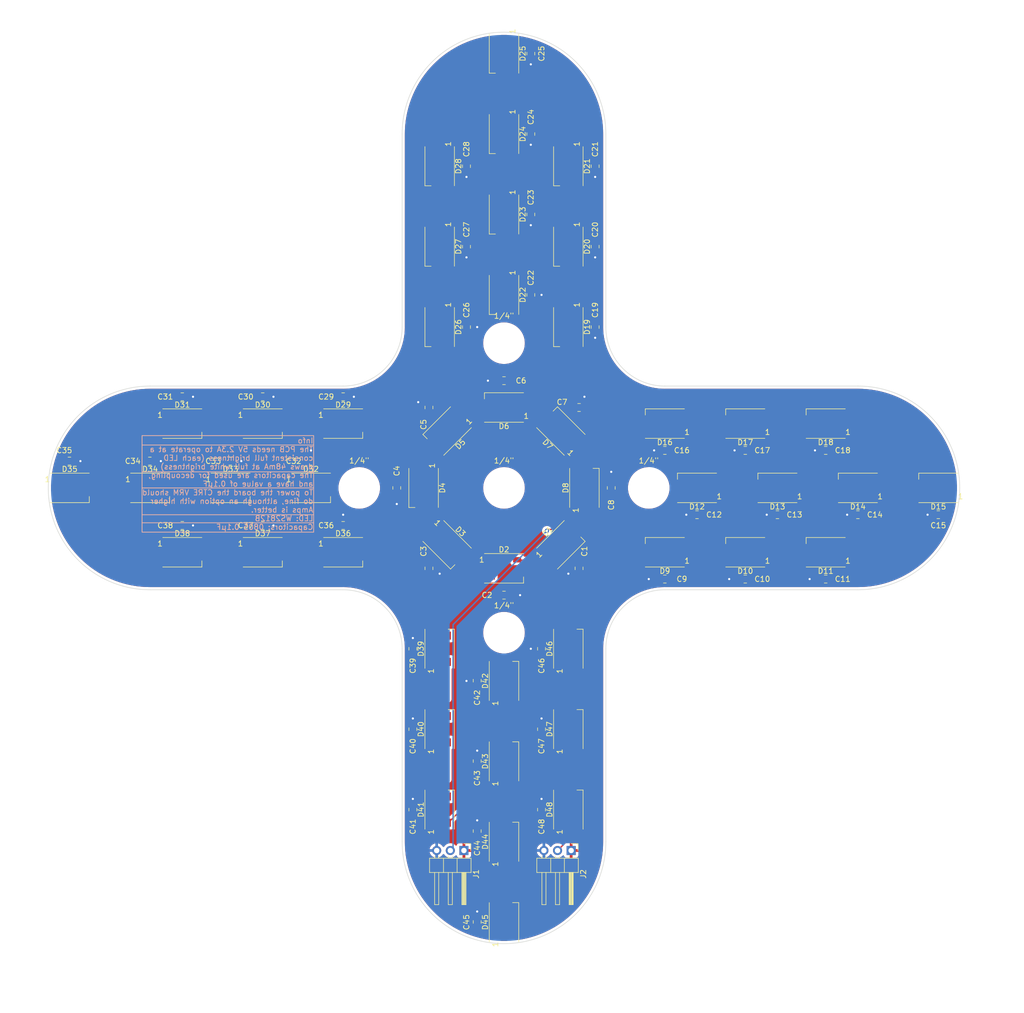
<source format=kicad_pcb>
(kicad_pcb (version 20211014) (generator pcbnew)
  (layers (0 "F.Cu" signal) (31 "B.Cu" signal) (34 "B.Paste" user) (35 "F.Paste" user) (36 "B.SilkS" user "B.Silkscreen") (37 "F.SilkS" user "F.Silkscreen") (38 "B.Mask" user) (39 "F.Mask" user) (44 "Edge.Cuts" user))
  (net 0 "")
  (net 1 "+5V")
  (net 2 "Net-(D1-Pad2)")
  (net 3 "GND")
  (net 4 "/25 LEDs/DIN")
  (net 5 "Net-(D2-Pad2)")
  (net 6 "Net-(D3-Pad2)")
  (net 7 "Net-(D4-Pad2)")
  (net 8 "Net-(D5-Pad2)")
  (net 9 "Net-(D6-Pad2)")
  (net 10 "Net-(D7-Pad2)")
  (net 11 "Net-(D8-Pad2)")
  (net 12 "Net-(D10-Pad4)")
  (net 13 "Net-(D10-Pad2)")
  (net 14 "Net-(D11-Pad2)")
  (net 15 "Net-(D12-Pad2)")
  (net 16 "Net-(D13-Pad2)")
  (net 17 "Net-(D14-Pad2)")
  (net 18 "Net-(D15-Pad2)")
  (net 19 "Net-(D16-Pad2)")
  (net 20 "Net-(D17-Pad2)")
  (net 21 "Net-(D18-Pad2)")
  (net 22 "Net-(D19-Pad2)")
  (net 23 "Net-(D20-Pad2)")
  (net 24 "Net-(D21-Pad2)")
  (net 25 "Net-(D22-Pad2)")
  (net 26 "Net-(D23-Pad2)")
  (net 27 "Net-(D24-Pad2)")
  (net 28 "/23 LEDs1/DIN")
  (net 29 "Net-(D26-Pad2)")
  (net 30 "Net-(D27-Pad2)")
  (net 31 "Net-(D28-Pad2)")
  (net 32 "Net-(D29-Pad2)")
  (net 33 "Net-(D30-Pad2)")
  (net 34 "Net-(D31-Pad2)")
  (net 35 "Net-(D32-Pad2)")
  (net 36 "Net-(D33-Pad2)")
  (net 37 "Net-(D34-Pad2)")
  (net 38 "Net-(D35-Pad2)")
  (net 39 "Net-(D36-Pad2)")
  (net 40 "Net-(D37-Pad2)")
  (net 41 "Net-(D38-Pad2)")
  (net 42 "Net-(D39-Pad2)")
  (net 43 "Net-(D40-Pad2)")
  (net 44 "Net-(D41-Pad2)")
  (net 45 "Net-(D42-Pad2)")
  (net 46 "Net-(D43-Pad2)")
  (net 47 "Net-(D44-Pad2)")
  (net 48 "Net-(D45-Pad2)")
  (net 49 "Net-(D46-Pad2)")
  (net 50 "Net-(D47-Pad2)")
  (net 51 "/23 LEDs1/DOUT")
  (footprint "LED_SMD:LED_WS2812B_PLCC4_5.0x5.0mm_P3.2mm" (layer "F.Cu") (at 114.999999 132 90)
    (fp_text reference "D46")
    (fp_text value "WS2812B")
  )
  (footprint "LED_SMD:LED_WS2812B_PLCC4_5.0x5.0mm_P3.2mm" (layer "F.Cu") (at 162.999999 114 180)
    (fp_text reference "D11")
    (fp_text value "WS2812B")
  )
  (footprint "Library:C_0805_2012Metric silk moved" (layer "F.Cu") (at 58 85 180)
    (fp_text reference "C30")
    (fp_text value "0.1 uF")
  )
  (footprint "LED_SMD:LED_WS2812B_PLCC4_5.0x5.0mm_P3.2mm" (layer "F.Cu") (at 51.999999 102)
    (fp_text reference "D33")
    (fp_text value "WS2812B")
  )
  (footprint "Library:C_0805_2012Metric silk moved" (layer "F.Cu") (at 133 95)
    (fp_text reference "C16")
    (fp_text value "0.1 uF")
  )
  (footprint "LED_SMD:LED_WS2812B_PLCC4_5.0x5.0mm_P3.2mm" (layer "F.Cu") (at 36.999999 102)
    (fp_text reference "D34")
    (fp_text value "WS2812B")
  )
  (footprint "LED_SMD:LED_WS2812B_PLCC4_5.0x5.0mm_P3.2mm" (layer "F.Cu") (at 102.999999 183 90)
    (fp_text reference "D45")
    (fp_text value "WS2812B")
  )
  (footprint "Library:C_0805_2012Metric silk moved" (layer "F.Cu") (at 163 95)
    (fp_text reference "C18")
    (fp_text value "0.1 uF")
  )
  (footprint "Connector_PinHeader_2.54mm:PinHeader_1x03_P2.54mm_Horizontal" (layer "F.Cu") (at 115.525 169.625 -90)
    (fp_text reference "J2")
    (fp_text value "Conn_01x03")
  )
  (footprint "LED_SMD:LED_WS2812B_PLCC4_5.0x5.0mm_P3.2mm" (layer "F.Cu") (at 117.999999 102 90)
    (fp_text reference "D8")
    (fp_text value "WS2812B")
  )
  (footprint "Library:C_0805_2012Metric silk moved" (layer "F.Cu") (at 21.95 97 180)
    (fp_text reference "C35")
    (fp_text value "0.1 uF")
  )
  (footprint "Library:C_0805_2012Metric silk moved" (layer "F.Cu") (at 36.95 97 180)
    (fp_text reference "C34")
    (fp_text value "0.1 uF")
  )
  (footprint "Library:C_0805_2012Metric silk moved" (layer "F.Cu") (at 117 87 180)
    (fp_text reference "C7")
    (fp_text value "0.1 uF")
  )
  (footprint "LED_SMD:LED_WS2812B_PLCC4_5.0x5.0mm_P3.2mm" (layer "F.Cu") (at 90.999999 57 -90)
    (fp_text reference "D27")
    (fp_text value "WS2812B")
  )
  (footprint "Library:C_0805_2012Metric silk moved" (layer "F.Cu") (at 120 57 90)
    (fp_text reference "C20")
    (fp_text value "0.1 uF")
  )
  (footprint "LED_SMD:LED_WS2812B_PLCC4_5.0x5.0mm_P3.2mm" (layer "F.Cu") (at 114.999999 72 -90)
    (fp_text reference "D19")
    (fp_text value "WS2812B")
  )
  (footprint "Library:C_0805_2012Metric silk moved" (layer "F.Cu") (at 86 162 -90)
    (fp_text reference "C41")
    (fp_text value "0.1 uF")
  )
  (footprint "Library:C_0805_2012Metric silk moved" (layer "F.Cu") (at 117 117 90)
    (fp_text reference "C1")
    (fp_text value "0.1 uF")
  )
  (footprint "Library:C_0805_2012Metric silk moved" (layer "F.Cu") (at 43 85 180)
    (fp_text reference "C31")
    (fp_text value "0.1 uF")
  )
  (footprint "Library:C_0805_2012Metric silk moved" (layer "F.Cu") (at 51.95 97 180)
    (fp_text reference "C33")
    (fp_text value "0.1 uF")
  )
  (footprint "Library:C_0805_2012Metric silk moved" (layer "F.Cu") (at 89 87 -90)
    (fp_text reference "C5")
    (fp_text value "0.1 uF")
  )
  (footprint "LED_SMD:LED_WS2812B_PLCC4_5.0x5.0mm_P3.2mm" (layer "F.Cu") (at 113.606601 91.393398 135)
    (fp_text reference "D7")
    (fp_text value "WS2812B")
  )
  (footprint "LED_SMD:LED_WS2812B_PLCC4_5.0x5.0mm_P3.2mm" (layer "F.Cu") (at 88 102 -90)
    (fp_text reference "D4")
    (fp_text value "WS2812B")
  )
  (footprint "Library:C_0805_2012Metric silk moved" (layer "F.Cu") (at 148 119)
    (fp_text reference "C10")
    (fp_text value "0.1 uF")
  )
  (footprint "Library:C_0805_2012Metric silk moved" (layer "F.Cu") (at 66.95 97 180)
    (fp_text reference "C32")
    (fp_text value "0.1 uF")
  )
  (footprint "LED_SMD:LED_WS2812B_PLCC4_5.0x5.0mm_P3.2mm" (layer "F.Cu") (at 92.393397 112.606602 -45)
    (fp_text reference "D3")
    (fp_text value "WS2812B")
  )
  (footprint "Library:C_0805_2012Metric silk moved" (layer "F.Cu") (at 98 137.95 -90)
    (fp_text reference "C42")
    (fp_text value "0.1 uF")
  )
  (footprint "Library:C_0805_2012Metric silk moved" (layer "F.Cu") (at 89 117 90)
    (fp_text reference "C3")
    (fp_text value "0.1 uF")
  )
  (footprint "Library:C_0805_2012Metric silk moved" (layer "F.Cu") (at 120 42 90)
    (fp_text reference "C21")
    (fp_text value "0.1 uF")
  )
  (footprint "Library:MountingHole 0.25 - 20" (layer "F.Cu") (at 130 102)
    (fp_text reference "1/4\"")
    (fp_text value "MountingHole 0.25 - 20")
  )
  (footprint "LED_SMD:LED_WS2812B_PLCC4_5.0x5.0mm_P3.2mm" (layer "F.Cu") (at 21.999999 102)
    (fp_text reference "D35")
    (fp_text value "WS2812B")
  )
  (footprint "Library:C_0805_2012Metric silk moved" (layer "F.Cu") (at 110 162 -90)
    (fp_text reference "C48")
    (fp_text value "0.1 uF")
  )
  (footprint "Library:C_0805_2012Metric silk moved" (layer "F.Cu") (at 163 119)
    (fp_text reference "C11")
    (fp_text value "0.1 uF")
  )
  (footprint "LED_SMD:LED_WS2812B_PLCC4_5.0x5.0mm_P3.2mm" (layer "F.Cu") (at 42.999999 114)
    (fp_text reference "D38")
    (fp_text value "WS2812B")
  )
  (footprint "Library:C_0805_2012Metric silk moved" (layer "F.Cu") (at 103 82)
    (fp_text reference "C6")
    (fp_text value "0.1 uF")
  )
  (footprint "LED_SMD:LED_WS2812B_PLCC4_5.0x5.0mm_P3.2mm" (layer "F.Cu") (at 57.999999 90)
    (fp_text reference "D30")
    (fp_text value "WS2812B")
  )
  (footprint "LED_SMD:LED_WS2812B_PLCC4_5.0x5.0mm_P3.2mm" (layer "F.Cu") (at 103 117)
    (fp_text reference "D2")
    (fp_text value "WS2812B")
  )
  (footprint "LED_SMD:LED_WS2812B_PLCC4_5.0x5.0mm_P3.2mm" (layer "F.Cu") (at 90.999999 72 -90)
    (fp_text reference "D26")
    (fp_text value "WS2812B")
  )
  (footprint "LED_SMD:LED_WS2812B_PLCC4_5.0x5.0mm_P3.2mm" (layer "F.Cu") (at 138.999999 102 180)
    (fp_text reference "D12")
    (fp_text value "WS2812B")
  )
  (footprint "LED_SMD:LED_WS2812B_PLCC4_5.0x5.0mm_P3.2mm" (layer "F.Cu") (at 183.999999 102 180)
    (fp_text reference "D15")
    (fp_text value "WS2812B")
  )
  (footprint "LED_SMD:LED_WS2812B_PLCC4_5.0x5.0mm_P3.2mm" (layer "F.Cu") (at 92.393397 91.393398 -135)
    (fp_text reference "D5")
    (fp_text value "WS2812B")
  )
  (footprint "LED_SMD:LED_WS2812B_PLCC4_5.0x5.0mm_P3.2mm" (layer "F.Cu") (at 102.999999 51 -90)
    (fp_text reference "D23")
    (fp_text value "WS2812B")
  )
  (footprint "Library:C_0805_2012Metric silk moved" (layer "F.Cu") (at 43 109 180)
    (fp_text reference "C38")
    (fp_text value "0.1 uF")
  )
  (footprint "LED_SMD:LED_WS2812B_PLCC4_5.0x5.0mm_P3.2mm" (layer "F.Cu") (at 147.999999 114 180)
    (fp_text reference "D10")
    (fp_text value "WS2812B")
  )
  (footprint "LED_SMD:LED_WS2812B_PLCC4_5.0x5.0mm_P3.2mm" (layer "F.Cu") (at 114.999999 162 90)
    (fp_text reference "D48")
    (fp_text value "WS2812B")
  )
  (footprint "Library:C_0805_2012Metric silk moved" (layer "F.Cu") (at 58 109 180)
    (fp_text reference "C37")
    (fp_text value "0.1 uF")
  )
  (footprint "LED_SMD:LED_WS2812B_PLCC4_5.0x5.0mm_P3.2mm" (layer "F.Cu") (at 103 87 180)
    (fp_text reference "D6")
    (fp_text value "WS2812B")
  )
  (footprint "LED_SMD:LED_WS2812B_PLCC4_5.0x5.0mm_P3.2mm" (layer "F.Cu") (at 102.999999 153 90)
    (fp_text reference "D43")
    (fp_text value "WS2812B")
  )
  (footprint "LED_SMD:LED_WS2812B_PLCC4_5.0x5.0mm_P3.2mm" (layer "F.Cu") (at 66.999999 102)
    (fp_text reference "D32")
    (fp_text value "WS2812B")
  )
  (footprint "Library:C_0805_2012Metric silk moved" (layer "F.Cu") (at 108 66 90)
    (fp_text reference "C22")
    (fp_text value "0.1 uF")
  )
  (footprint "Library:C_0805_2012Metric silk moved" (layer "F.Cu") (at 96 72 90)
    (fp_text reference "C26")
    (fp_text value "0.1 uF")
  )
  (footprint "LED_SMD:LED_WS2812B_PLCC4_5.0x5.0mm_P3.2mm" (layer "F.Cu") (at 90.999999 147 90)
    (fp_text reference "D40")
    (fp_text value "WS2812B")
  )
  (footprint "Library:C_0805_2012Metric silk moved" (layer "F.Cu") (at 110 132 -90)
    (fp_text reference "C46")
    (fp_text value "0.1 uF")
  )
  (footprint "Connector_PinHeader_2.54mm:PinHeader_1x03_P2.54mm_Horizontal" (layer "F.Cu") (at 95.525 169.625 -90)
    (fp_text reference "J1")
    (fp_text value "Conn_01x03")
  )
  (footprint "Library:C_0805_2012Metric silk moved" (layer "F.Cu") (at 98 166 -90)
    (fp_text reference "C44")
    (fp_text value "0.1 uF")
  )
  (footprint "LED_SMD:LED_WS2812B_PLCC4_5.0x5.0mm_P3.2mm" (layer "F.Cu") (at 162.999999 90 180)
    (fp_text reference "D18")
    (fp_text value "WS2812B")
  )
  (footprint "LED_SMD:LED_WS2812B_PLCC4_5.0x5.0mm_P3.2mm" (layer "F.Cu") (at 72.999999 90)
    (fp_text reference "D29")
    (fp_text value "WS2812B")
  )
  (footprint "Library:C_0805_2012Metric silk moved" (layer "F.Cu") (at 120 72 90)
    (fp_text reference "C19")
    (fp_text value "0.1 uF")
  )
  (footprint "LED_SMD:LED_WS2812B_PLCC4_5.0x5.0mm_P3.2mm" (layer "F.Cu") (at 57.999999 114)
    (fp_text reference "D37")
    (fp_text value "WS2812B")
  )
  (footprint "LED_SMD:LED_WS2812B_PLCC4_5.0x5.0mm_P3.2mm" (layer "F.Cu") (at 102.999999 36 -90)
    (fp_text reference "D24")
    (fp_text value "WS2812B")
  )
  (footprint "LED_SMD:LED_WS2812B_PLCC4_5.0x5.0mm_P3.2mm" (layer "F.Cu") (at 147.999999 90 180)
    (fp_text reference "D17")
    (fp_text value "WS2812B")
  )
  (footprint "LED_SMD:LED_WS2812B_PLCC4_5.0x5.0mm_P3.2mm" (layer "F.Cu") (at 114.999999 42 -90)
    (fp_text reference "D21")
    (fp_text value "WS2812B")
  )
  (footprint "Library:MountingHole 0.25 - 20" (layer "F.Cu") (at 76 102)
    (fp_text reference "1/4\"")
    (fp_text value "MountingHole 0.25 - 20")
  )
  (footprint "LED_SMD:LED_WS2812B_PLCC4_5.0x5.0mm_P3.2mm" (layer "F.Cu") (at 72.999999 114)
    (fp_text reference "D36")
    (fp_text value "WS2812B")
  )
  (footprint "Library:MountingHole 0.25 - 20" (layer "F.Cu") (at 103 129)
    (fp_text reference "1/4\"")
    (fp_text value "MountingHole 0.25 - 20")
  )
  (footprint "Library:C_0805_2012Metric silk moved" (layer "F.Cu") (at 73 85 180)
    (fp_text reference "C29")
    (fp_text value "0.1 uF")
  )
  (footprint "Library:C_0805_2012Metric silk moved" (layer "F.Cu") (at 148 95)
    (fp_text reference "C17")
    (fp_text value "0.1 uF")
  )
  (footprint "Library:MountingHole 0.25 - 20" (layer "F.Cu") (at 103 102)
    (fp_text reference "1/4\"")
    (fp_text value "MountingHole 0.25 - 20")
  )
  (footprint "LED_SMD:LED_WS2812B_PLCC4_5.0x5.0mm_P3.2mm" (layer "F.Cu") (at 90.999999 132 90)
    (fp_text reference "D39")
    (fp_text value "WS2812B")
  )
  (footprint "LED_SMD:LED_WS2812B_PLCC4_5.0x5.0mm_P3.2mm" (layer "F.Cu") (at 102.999999 138 90)
    (fp_text reference "D42")
    (fp_text value "WS2812B")
  )
  (footprint "LED_SMD:LED_WS2812B_PLCC4_5.0x5.0mm_P3.2mm" (layer "F.Cu") (at 114.999999 147 90)
    (fp_text reference "D47")
    (fp_text value "WS2812B")
  )
  (footprint "Library:C_0805_2012Metric silk moved" (layer "F.Cu") (at 139 107)
    (fp_text reference "C12")
    (fp_text value "0.1 uF")
  )
  (footprint "Library:C_0805_2012Metric silk moved" (layer "F.Cu") (at 73 109 180)
    (fp_text reference "C36")
    (fp_text value "0.1 uF")
  )
  (footprint "Library:C_0805_2012Metric silk moved" (layer "F.Cu") (at 83 102 90)
    (fp_text reference "C4")
    (fp_text value "0.1 uF")
  )
  (footprint "Library:C_0805_2012Metric silk moved" (layer "F.Cu") (at 108 36 90)
    (fp_text reference "C24")
    (fp_text value "0.1 uF")
  )
  (footprint "LED_SMD:LED_WS2812B_PLCC4_5.0x5.0mm_P3.2mm" (layer "F.Cu") (at 132.999999 114 180)
    (fp_text reference "D9")
    (fp_text value "WS2812B")
  )
  (footprint "Library:C_0805_2012Metric silk moved" (layer "F.Cu") (at 98 182.95 -90)
    (fp_text reference "C45")
    (fp_text value "0.1 uF")
  )
  (footprint "LED_SMD:LED_WS2812B_PLCC4_5.0x5.0mm_P3.2mm" (layer "F.Cu") (at 102.999999 21 -90)
    (fp_text reference "D25")
    (fp_text value "WS2812B")
  )
  (footprint "Library:C_0805_2012Metric silk moved" (layer "F.Cu") (at 96 42 90)
    (fp_text reference "C28")
    (fp_text value "0.1 uF")
  )
  (footprint "Library:C_0805_2012Metric silk moved" (layer "F.Cu") (at 184 107)
    (fp_text reference "C15")
    (fp_text value "0.1 uF")
  )
  (footprint "Library:C_0805_2012Metric silk moved" (layer "F.Cu") (at 103 122 180)
    (fp_text reference "C2")
    (fp_text value "0.1 uF")
  )
  (footprint "Library:C_0805_2012Metric silk moved" (layer "F.Cu") (at 98 152.95 -90)
    (fp_text reference "C43")
    (fp_text value "0.1 uF")
  )
  (footprint "LED_SMD:LED_WS2812B_PLCC4_5.0x5.0mm_P3.2mm" (layer "F.Cu") (at 168.999999 102 180)
    (fp_text reference "D14")
    (fp_text value "WS2812B")
  )
  (footprint "LED_SMD:LED_WS2812B_PLCC4_5.0x5.0mm_P3.2mm" (layer "F.Cu") (at 90.999999 42 -90)
    (fp_text reference "D28")
    (fp_text value "WS2812B")
  )
  (footprint "LED_SMD:LED_WS2812B_PLCC4_5.0x5.0mm_P3.2mm" (layer "F.Cu") (at 113.606601 112.606602 45)
    (fp_text reference "D1")
    (fp_text value "WS2812B")
  )
  (footprint "LED_SMD:LED_WS2812B_PLCC4_5.0x5.0mm_P3.2mm" (layer "F.Cu") (at 42.999999 90)
    (fp_text reference "D31")
    (fp_text value "WS2812B")
  )
  (footprint "LED_SMD:LED_WS2812B_PLCC4_5.0x5.0mm_P3.2mm" (layer "F.Cu") (at 153.999999 102 180)
    (fp_text reference "D13")
    (fp_text value "WS2812B")
  )
  (footprint "LED_SMD:LED_WS2812B_PLCC4_5.0x5.0mm_P3.2mm" (layer "F.Cu") (at 90.999999 162 90)
    (fp_text reference "D41")
    (fp_text value "WS2812B")
  )
  (footprint "Library:C_0805_2012Metric silk moved" (layer "F.Cu") (at 154 107)
    (fp_text reference "C13")
    (fp_text value "0.1 uF")
  )
  (footprint "Library:C_0805_2012Metric silk moved" (layer "F.Cu") (at 169 107)
    (fp_text reference "C14")
    (fp_text value "0.1 uF")
  )
  (footprint "Library:C_0805_2012Metric silk moved" (layer "F.Cu") (at 108 21 90)
    (fp_text reference "C25")
    (fp_text value "0.1 uF")
  )
  (footprint "Library:C_0805_2012Metric silk moved" (layer "F.Cu") (at 86 147 -90)
    (fp_text reference "C40")
    (fp_text value "0.1 uF")
  )
  (footprint "Library:C_0805_2012Metric silk moved" (layer "F.Cu") (at 108 51 90)
    (fp_text reference "C23")
    (fp_text value "0.1 uF")
  )
  (footprint "Library:C_0805_2012Metric silk moved" (layer "F.Cu") (at 96 57 90)
    (fp_text reference "C27")
    (fp_text value "0.1 uF")
  )
  (footprint "Library:C_0805_2012Metric silk moved" (layer "F.Cu") (at 110 147 -90)
    (fp_text reference "C47")
    (fp_text value "0.1 uF")
  )
  (footprint "Library:C_0805_2012Metric silk moved" (layer "F.Cu") (at 86 132 -90)
    (fp_text reference "C39")
    (fp_text value "0.1 uF")
  )
  (footprint "Library:C_0805_2012Metric silk moved" (layer "F.Cu") (at 133 119)
    (fp_text reference "C9")
    (fp_text value "0.1 uF")
  )
  (footprint "LED_SMD:LED_WS2812B_PLCC4_5.0x5.0mm_P3.2mm" (layer "F.Cu") (at 102.999999 168 90)
    (fp_text reference "D44")
    (fp_text value "WS2812B")
  )
  (footprint "Library:C_0805_2012Metric silk moved" (layer "F.Cu") (at 123 102 -90)
    (fp_text reference "C8")
    (fp_text value "0.1 uF")
  )
  (footprint "LED_SMD:LED_WS2812B_PLCC4_5.0x5.0mm_P3.2mm" (layer "F.Cu") (at 102.999999 66 -90)
    (fp_text reference "D22")
    (fp_text value "WS2812B")
  )
  (footprint "LED_SMD:LED_WS2812B_PLCC4_5.0x5.0mm_P3.2mm" (layer "F.Cu") (at 132.999999 90 180)
    (fp_text reference "D16")
    (fp_text value "WS2812B")
  )
  (footprint "Library:MountingHole 0.25 - 20" (layer "F.Cu") (at 103 75)
    (fp_text reference "1/4\"")
    (fp_text value "MountingHole 0.25 - 20")
  )
  (footprint "LED_SMD:LED_WS2812B_PLCC4_5.0x5.0mm_P3.2mm" (layer "F.Cu") (at 114.999999 57 -90)
    (fp_text reference "D20")
    (fp_text value "WS2812B")
  )
  (gr_line (start 67.5 99) (end 35.5 99) (layer "B.SilkS") (width 0.15))
  (gr_line (start 67.5 94) (end 35.5 94) (layer "B.SilkS") (width 0.15))
  (gr_rect locked (start 35.5 92.25) (end 67.5 110.25) (layer "B.SilkS") (width 0.15) (fill none))
  (gr_line (start 67.5 102) (end 35.5 102) (layer "B.SilkS") (width 0.15))
  (gr_line (start 67.5 108.5) (end 35.5 108.5) (layer "B.SilkS") (width 0.15))
  (gr_line (start 67.5 107) (end 35.5 107) (layer "B.SilkS") (width 0.15))
  (gr_arc (start 133 83) (mid 125.221825 79.778175) (end 122 72) (layer "Edge.Cuts") (width 0.1))
  (gr_arc (start 73 121) (mid 80.778175 124.221825) (end 84 132) (layer "Edge.Cuts") (width 0.1))
  (gr_line (start 133 83) (end 169 83) (layer "Edge.Cuts") (width 0.1))
  (gr_line (start 169 121) (end 133 121) (layer "Edge.Cuts") (width 0.1))
  (gr_arc (start 84 36) (mid 103 17) (end 122 36) (layer "Edge.Cuts") (width 0.1))
  (gr_arc (start 84 72) (mid 80.778175 79.778175) (end 73 83) (layer "Edge.Cuts") (width 0.1))
  (gr_line (start 84 72) (end 84 36) (layer "Edge.Cuts") (width 0.1))
  (gr_line (start 73 121) (end 37 121) (layer "Edge.Cuts") (width 0.1))
  (gr_line (start 122 36) (end 122 72) (layer "Edge.Cuts") (width 0.1))
  (gr_line (start 84 168) (end 84 132) (layer "Edge.Cuts") (width 0.1))
  (gr_line (start 37 83) (end 73 83) (layer "Edge.Cuts") (width 0.1))
  (gr_arc (start 122 132) (mid 125.221825 124.221825) (end 133 121) (layer "Edge.Cuts") (width 0.1))
  (gr_arc (start 169 83) (mid 188 102) (end 169 121) (layer "Edge.Cuts") (width 0.1))
  (gr_arc (start 122 168) (mid 103 187) (end 84 168) (layer "Edge.Cuts") (width 0.1))
  (gr_arc (start 37 121) (mid 18 102) (end 37 83) (layer "Edge.Cuts") (width 0.1))
  (gr_line (start 122 132) (end 122 168) (layer "Edge.Cuts") (width 0.1))
  (gr_text "Info\nThe PCB needs 5V 2.3A to operate at a \nconsistent full brightness (each LED\ndraws 48mA at full white brightness)\nThe capacitors are used for decoupling,\nand have a value of 0.1µF\nTo power the board the CTRE VRM should \ndo fine, although an option with higher\nAmps is better.\nLED: WS2812B\nCapacitors: 0805 0.1µF" (at 67.5 101.25) (layer "B.SilkS") (effects (font (size 1 1)) (justify left mirror)))
  (segment (start 101.399999 170.45) (end 101.399999 170.349999) (width 0.25) (layer "F.Cu") (net 1))
  (segment (start 105.520384 115.470384) (end 105.45 115.4) (width 0.25) (layer "F.Cu") (net 2))
  (segment (start 113.00556 115.470384) (end 105.520384 115.470384) (width 0.25) (layer "F.Cu") (net 2))
  (segment (start 114.899999 57.95) (end 120 57.95) (width 0.25) (layer "F.Cu") (net 3))
  (segment (start 98 137) (end 103.149999 137) (width 0.25) (layer "F.Cu") (net 3))
  (segment (start 103.149999 182) (end 104.599999 180.55) (width 0.25) (layer "F.Cu") (net 3))
  (segment (start 119 114.535178) (end 119 115.95) (width 0.25) (layer "F.Cu") (net 3))
  (segment (start 138.05 107) (end 137 107) (width 0.25) (layer "F.Cu") (net 3))
  (segment (start 86 131.05) (end 86 130) (width 0.25) (layer "F.Cu") (net 3))
  (segment (start 132.05 113.900001) (end 132.05 119) (width 0.25) (layer "F.Cu") (net 3))
  (segment (start 153.05 107) (end 152 107) (width 0.25) (layer "F.Cu") (net 3))
  (segment (start 102.05 82) (end 100 82) (width 0.25) (layer "F.Cu") (net 3))
  (segment (start 83 102.95) (end 83 105) (width 0.25) (layer "F.Cu") (net 3))
  (segment (start 89.529615 91.994439) (end 87 89.464824) (width 0.25) (layer "F.Cu") (net 3))
  (segment (start 130.549999 88.4) (end 132.05 89.900001) (width 0.25) (layer "F.Cu") (net 3))
  (segment (start 52.9 97) (end 54 97) (width 0.25) (layer "F.Cu") (net 3))
  (segment (start 108 21.95) (end 108 23) (width 0.25) (layer "F.Cu") (net 3))
  (segment (start 130.549999 112.4) (end 132.05 113.900001) (width 0.25) (layer "F.Cu") (net 3))
  (segment (start 98 152) (end 98 151) (width 0.25) (layer "F.Cu") (net 3))
  (segment (start 160.549999 112.4) (end 162.05 113.900001) (width 0.25) (layer "F.Cu") (net 3))
  (segment (start 110 161.05) (end 110 160) (width 0.25) (layer "F.Cu") (net 3))
  (segment (start 115 85) (end 116 85) (width 0.25) (layer "F.Cu") (net 3))
  (segment (start 113 87.81695) (end 113 87) (width 0.25) (layer "F.Cu") (net 3))
  (segment (start 120 72.95) (end 120 74) (width 0.25) (layer "F.Cu") (net 3))
  (segment (start 101.399999 38.45) (end 102.899999 36.95) (width 0.25) (layer "F.Cu") (net 3))
  (segment (start 145.549999 88.4) (end 147.05 89.900001) (width 0.25) (layer "F.Cu") (net 3))
  (segment (start 43.95 90.100001) (end 43.95 85) (width 0.25) (layer "F.Cu") (net 3))
  (segment (start 87 89.464824) (end 87 88.05) (width 0.25) (layer "F.Cu") (net 3))
  (segment (start 145.549999 112.4) (end 147.05 113.900001) (width 0.25) (layer "F.Cu") (net 3))
  (segment (start 119 115.95) (end 117 117.95) (width 0.25) (layer "F.Cu") (net 3))
  (segment (start 113 87) (end 115 85) (width 0.25) (layer "F.Cu") (net 3))
  (segment (start 103.149999 152) (end 104.599999 150.55) (width 0.25) (layer "F.Cu") (net 3))
  (segment (start 67.9 95.9) (end 67 95) (width 0.25) (layer "F.Cu") (net 3))
  (segment (start 117 117.95) (end 115.05 117.95) (width 0.25) (layer "F.Cu") (net 3))
  (segment (start 102.899999 36.95) (end 108 36.95) (width 0.25) (layer "F.Cu") (net 3))
  (segment (start 105.45 120.5) (end 103.95 122) (width 0.25) (layer "F.Cu") (net 3))
  (segment (start 73.95 114.100001) (end 73.95 109) (width 0.25) (layer "F.Cu") (net 3))
  (segment (start 67.9 102.050001) (end 67.9 97) (width 0.25) (layer "F.Cu") (net 3))
  (segment (start 101.399999 23.45) (end 102.899999 21.95) (width 0.25) (layer "F.Cu") (net 3))
  (segment (start 113.00556 87.82251) (end 113 87.81695) (width 0.25) (layer "F.Cu") (net 3))
  (segment (start 73.95 85) (end 75 85) (width 0.25) (layer "F.Cu") (net 3))
  (segment (start 136.549999 100.4) (end 138.05 101.900001) (width 0.25) (layer "F.Cu") (net 3))
  (segment (start 103.95 122) (end 106 122) (width 0.25) (layer "F.Cu") (net 3))
  (segment (start 132.05 89.900001) (end 132.05 95) (width 0.25) (layer "F.Cu") (net 3))
  (segment (start 98 165.05) (end 98 164) (width 0.25) (layer "F.Cu") (net 3))
  (segment (start 98 137) (end 97 137) (width 0.25) (layer "F.Cu") (net 3))
  (segment (start 58.95 114.100001) (end 58.95 109) (width 0.25) (layer "F.Cu") (net 3))
  (segment (start 90.899999 42.95) (end 96 42.95) (width 0.25) (layer "F.Cu") (net 3))
  (segment (start 91.099999 131.05) (end 92.599999 129.55) (width 0.25) (layer "F.Cu") (net 3))
  (segment (start 52.9 102.050001) (end 52.9 97) (width 0.25) (layer "F.Cu") (net 3))
  (segment (start 101.399999 68.45) (end 102.899999 66.95) (width 0.25) (layer "F.Cu") (net 3))
  (segment (start 118 86.95) (end 118 85) (width 0.25) (layer "F.Cu") (net 3))
  (segment (start 73.95 109) (end 73.95 107.95) (width 0.25) (layer "F.Cu") (net 3))
  (segment (start 37.9 102.050001) (end 37.9 97) (width 0.25) (layer "F.Cu") (net 3))
  (segment (start 162.05 89.900001) (end 162.05 95) (width 0.25) (layer "F.Cu") (net 3))
  (segment (start 102.899999 21.95) (end 108 21.95) (width 0.25) (layer "F.Cu") (net 3))
  (segment (start 108 36.95) (end 108 38) (width 0.25) (layer "F.Cu") (net 3))
  (segment (start 166.549999 100.4) (end 168.05 101.900001) (width 0.25) (layer "F.Cu") (net 3))
  (segment (start 91.479616 115.470384) (end 89 117.95) (width 0.25) (layer "F.Cu") (net 3))
  (segment (start 89.399999 44.45) (end 90.899999 42.95) (width 0.25) (layer "F.Cu") (net 3))
  (segment (start 151.549999 100.4) (end 153.05 101.900001) (width 0.25) (layer "F.Cu") (net 3))
  (segment (start 162.05 119) (end 160 119) (width 0.25) (layer "F.Cu") (net 3))
  (segment (start 160.549999 88.4) (end 162.05 89.900001) (width 0.25) (layer "F.Cu") (net 3))
  (segment (start 113.399999 44.45) (end 114.899999 42.95) (width 0.25) (layer "F.Cu") (net 3))
  (segment (start 102.899999 51.95) (end 108 51.95) (width 0.25) (layer "F.Cu") (net 3))
  (segment (start 90.899999 57.95) (end 96 57.95) (width 0.25) (layer "F.Cu") (net 3))
  (segment (start 121.5 99.55) (end 123 101.05) (width 0.25) (layer "F.Cu") (net 3))
  (segment (start 100.55 83.5) (end 102.05 82) (width 0.25) (layer "F.Cu") (net 3))
  (segment (start 101.399999 53.45) (end 102.899999 51.95) (width 0.25) (layer "F.Cu") (net 3))
  (segment (start 138.05 101.900001) (end 138.05 107) (width 0.25) (layer "F.Cu") (net 3))
  (segment (start 97.05 72.95) (end 98 72) (width 0.25) (layer "F.Cu") (net 3))
  (segment (start 86.4 104.45) (end 84.5 104.45) (width 0.25) (layer "F.Cu") (net 3))
  (segment (start 39.449999 103.6) (end 37.9 102.050001) (width 0.25) (layer "F.Cu") (net 3))
  (segment (start 89 86.05) (end 87.05 86.05) (width 0.25) (layer "F.Cu") (net 3))
  (segment (start 116.470383 112.005561) (end 119 114.535178) (width 0.25) (layer "F.Cu") (net 3))
  (segment (start 69.449999 103.6) (end 67.9 102.050001) (width 0.25) (layer "F.Cu") (net 3))
  (segment (start 97 137) (end 96 138) (width 0.25) (layer "F.Cu") (net 3))
  (segment (start 84.5 104.45) (end 83 102.95) (width 0.25) (layer "F.Cu") (net 3))
  (segment (start 147.05 113.900001) (end 147.05 119) (width 0.25) (layer "F.Cu") (net 3))
  (segment (start 90.95 117.95) (end 91 118) (width 0.25) (layer "F.Cu") (net 3))
  (segment (start 181.549999 100.4) (end 183.05 101.900001) (width 0.25) (layer "F.Cu") (net 3))
  (segment (start 120 42.95) (end 120 44) (width 0.25) (layer "F.Cu") (net 3))
  (segment (start 24.449999 103.6) (end 22.9 102.050001) (width 0.25) (layer "F.Cu") (net 3))
  (segment (start 60.449999 115.6) (end 58.95 114.100001) (width 0.25) (layer "F.Cu") (net 3))
  (segment (start 123 101.05) (end 123 99) (width 0.25) (layer "F.Cu") (net 3))
  (segment (start 110 161.05) (end 115.099999 161.05) (width 0.25) (layer "F.Cu") (net 3))
  (segment (start 98 152) (end 103.149999 152) (width 0.25) (layer "F.Cu") (net 3))
  (segment (start 168.05 101.900001) (end 168.05 107) (width 0.25) (layer "F.Cu") (net 3))
  (segment (start 86 161.05) (end 86 160) (width 0.25) (layer "F.Cu") (net 3))
  (segment (start 98 182) (end 103.149999 182) (width 0.25) (layer "F.Cu") (net 3))
  (segment (start 117.95 86.95) (end 117.95 87) (width 0.25) (layer "F.Cu") (net 3))
  (segment (start 105.45 118.6) (end 105.45 120.5) (width 0.25) (layer "F.Cu") (net 3))
  (segment (start 86 131.05) (end 91.099999 131.05) (width 0.25) (layer "F.Cu") (net 3))
  (segment (start 60.449999 91.6) (end 58.95 90.100001) (width 0.25) (layer "F.Cu") (net 3))
  (segment (start 92.994438 115.470384) (end 91.479616 115.470384) (width 0.25) (layer "F.Cu") (net 3))
  (segment (start 89 117.95) (end 90.95 117.95) (width 0.25) (layer "F.Cu") (net 3))
  (segment (start 43.95 85) (end 45 85) (width 0.25) (layer "F.Cu") (net 3))
  (segment (start 162.05 113.900001) (end 162.05 119) (width 0.25) (layer "F.Cu") (net 3))
  (segment (start 183.05 107) (end 182 107) (width 0.25) (layer "F.Cu") (net 3))
  (segment (start 117.95 87) (end 118 86.95) (width 0.25) (layer "F.Cu") (net 3))
  (segment (start 110 146.05) (end 115.099999 146.05) (width 0.25) (layer "F.Cu") (net 3))
  (segment (start 91.099999 146.05) (end 92.599999 144.55) (width 0.25) (layer "F.Cu") (net 3))
  (segment (start 89.399999 59.45) (end 90.899999 57.95) (width 0.25) (layer "F.Cu") (net 3))
  (segment (start 147.05 95) (end 146 95) (width 0.25) (layer "F.Cu") (net 3))
  (segment (start 110 146.05) (end 110 145) (width 0.25) (layer "F.Cu") (net 3))
  (segment (start 75.449999 115.6) (end 73.95 114.100001) (width 0.25) (layer "F.Cu") (net 3))
  (segment (start 86 146.05) (end 86 145) (width 0.25) (layer "F.Cu") (net 3))
  (segment (start 91.099999 161.05) (end 92.599999 159.55) (width 0.25) (layer "F.Cu") (net 3))
  (segment (start 98 165.05) (end 100.95 168) (width 0.25) (layer "F.Cu") (net 3))
  (segment (start 67.9 97) (end 67.9 95.9) (width 0.25) (layer "F.Cu") (net 3))
  (segment (start 54.449999 103.6) (end 52.9 102.050001) (width 0.25) (layer "F.Cu") (net 3))
  (segment (start 183.05 101.900001) (end 183.05 107) (width 0.25) (layer "F.Cu") (net 3))
  (segment (start 113.00556 88.529616) (end 113.00556 87.82251) (width 0.25) (layer "F.Cu") (net 3))
  (segment (start 75.449999 91.6) (end 73.95 90.100001) (width 0.25) (layer "F.Cu") (net 3))
  (segment (start 103 168) (end 104.599999 166.400001) (width 0.25) (layer "F.Cu") (net 3))
  (segment (start 108 66.95) (end 109.05 66.95) (width 0.25) (layer "F.Cu") (net 3))
  (segment (start 98 182) (end 98 181) (width 0.25) (layer "F.Cu") (net 3))
  (segment (start 132.05 119) (end 130 119) (width 0.25) (layer "F.Cu") (net 3))
  (segment (start 104.599999 166.400001) (end 104.599999 165.55) (width 0.25) (layer "F.Cu") (net 3))
  (segment (start 115.099999 131.05) (end 116.599999 129.55) (width 0.25) (layer "F.Cu") (net 3))
  (segment (start 120 57.95) (end 120 59) (width 0.25) (layer "F.Cu") (net 3))
  (segment (start 102.899999 66.95) (end 108 66.95) (width 0.25) (layer "F.Cu") (net 3))
  (segment (start 119.599999 99.55) (end 121.5 99.55) (width 0.25) (layer "F.Cu") (net 3))
  (segment (start 43.95 114.100001) (end 43.95 109) (width 0.25) (layer "F.Cu") (net 3))
  (segment (start 58.95 90.100001) (end 58.95 85) (width 0.25) (layer "F.Cu") (net 3))
  (segment (start 22.9 97) (end 24 97) (width 0.25) (layer "F.Cu") (net 3))
  (segment (start 87 88.05) (end 89 86.05) (width 0.25) (layer "F.Cu") (net 3))
  (segment (start 73.95 107.95) (end 73 107) (width 0.25) (layer "F.Cu") (net 3))
  (segment (start 115.099999 161.05) (end 116.599999 159.55) (width 0.25) (layer "F.Cu") (net 3))
  (segment (start 58.95 85) (end 60 85) (width 0.25) (layer "F.Cu") (net 3))
  (segment (start 86 161.05) (end 91.099999 161.05) (width 0.25) (layer "F.Cu") (net 3))
  (segment (start 132.05 95) (end 131 95) (width 0.25) (layer "F.Cu") (net 3))
  (segment (start 37.9 97) (end 39 97) (width 0.25) (layer "F.Cu") (net 3))
  (segment (start 45.449999 91.6) (end 43.95 90.100001) (width 0.25) (layer "F.Cu") (net 3))
  (segment (start 113.399999 59.45) (end 114.899999 57.95) (width 0.25) (layer "F.Cu") (net 3))
  (segment (start 147.05 119) (end 145 119) (width 0.25) (layer "F.Cu") (net 3))
  (segment (start 86 146.05) (end 91.099999 146.05) (width 0.25) (layer "F.Cu") (net 3))
  (segment (start 73.95 90.100001) (end 73.95 85) (width 0.25) (layer "F.Cu") (net 3))
  (segment (start 114.899999 72.95) (end 120 72.95) (width 0.25) (layer "F.Cu") (net 3))
  (segment (start 147.05 89.900001) (end 147.05 95) (width 0.25) (layer "F.Cu") (net 3))
  (segment (start 114.899999 42.95) (end 120 42.95) (width 0.25) (layer "F.Cu") (net 3))
  (segment (start 22.9 102.050001) (end 22.9 97) (width 0.25) (layer "F.Cu") (net 3))
  (segment (start 43.95 109) (end 45 109) (width 0.25) (layer "F.Cu") (net 3))
  (segment (start 153.05 101.900001) (end 153.05 107) (width 0.25) (layer "F.Cu") (net 3))
  (segment (start 100.55 85.4) (end 100.55 83.5) (width 0.25) (layer "F.Cu") (net 3))
  (segment (start 115.099999 146.05) (end 116.599999 144.55) (width 0.25) (layer "F.Cu") (net 3))
  (segment (start 109.05 66.95) (end 110 66) (width 0.25) (layer "F.Cu") (net 3))
  (segment (start 87.05 86.05) (end 87 86) (width 0.25) (layer "F.Cu") (net 3))
  (segment (start 108 51.95) (end 108 53) (width 0.25) (layer "F.Cu") (net 3))
  (segment (start 168.05 107) (end 167 107) (width 0.25) (layer "F.Cu") (net 3))
  (segment (start 100.95 168) (end 103 168) (width 0.25) (layer "F.Cu") (net 3))
  (segment (start 113.399999 74.45) (end 114.899999 72.95) (width 0.25) (layer "F.Cu") (net 3))
  (segment (start 45.449999 115.6) (end 43.95 114.100001) (width 0.25) (layer "F.Cu") (net 3))
  (segment (start 103.149999 137) (end 104.599999 135.55) (width 0.25) (layer "F.Cu") (net 3))
  (segment (start 96 57.95) (end 96 59) (width 0.25) (layer "F.Cu") (net 3))
  (segment (start 110 131.05) (end 115.099999 131.05) (width 0.25) (layer "F.Cu") (net 3))
  (segment (start 162.05 95) (end 161 95) (width 0.25) (layer "F.Cu") (net 3))
  (segment (start 89.399999 74.45) (end 90.899999 72.95) (width 0.25) (layer "F.Cu") (net 3))
  (segment (start 58.95 109) (end 60 109) (width 0.25) (layer "F.Cu") (net 3))
  (segment (start 96 72.95) (end 97.05 72.95) (width 0.25) (layer "F.Cu") (net 3))
  (segment (start 90.899999 72.95) (end 96 72.95) (width 0.25) (layer "F.Cu") (net 3))
  (segment (start 108.95 131.05) (end 108 132) (width 0.25) (layer "F.Cu") (net 3))
  (segment (start 96 42.95) (end 96 44) (width 0.25) (layer "F.Cu") (net 3))
  (segment (start 115.05 117.95) (end 115 118) (width 0.25) (layer "F.Cu") (net 3))
  (segment (start 116 85) (end 117.95 86.95) (width 0.25) (layer "F.Cu") (net 3))
  (segment (start 110 131.05) (end 108.95 131.05) (width 0.25) (layer "F.Cu") (net 3))
  (via (at 152 107) (size 0.8) (drill 0.4) (layers "F.Cu" "B.Cu") (net 3))
  (via (at 98 151) (size 0.8) (drill 0.4) (layers "F.Cu" "B.Cu") (net 3))
  (via (at 86 145) (size 0.8) (drill 0.4) (layers "F.Cu" "B.Cu") (net 3))
  (via (at 98 72) (size 0.8) (drill 0.4) (layers "F.Cu" "B.Cu") (net 3))
  (via (at 130 119) (size 0.8) (drill 0.4) (layers "F.Cu" "B.Cu") (net 3))
  (via (at 75 85) (size 0.8) (drill 0.4) (layers "F.Cu" "B.Cu") (net 3))
  (via (at 60 85) (size 0.8) (drill 0.4) (layers "F.Cu" "B.Cu") (net 3))
  (via (at 110 145) (size 0.8) (drill 0.4) (layers "F.Cu" "B.Cu") (net 3))
  (via (at 146 95) (size 0.8) (drill 0.4) (layers "F.Cu" "B.Cu") (net 3))
  (via (at 160 119) (size 0.8) (drill 0.4) (layers "F.Cu" "B.Cu") (net 3))
  (via (at 39 97) (size 0.8) (drill 0.4) (layers "F.Cu" "B.Cu") (net 3))
  (via (at 45 85) (size 0.8) (drill 0.4) (layers "F.Cu" "B.Cu") (net 3))
  (via (at 91 118) (size 0.8) (drill 0.4) (layers "F.Cu" "B.Cu") (net 3))
  (via (at 145 119) (size 0.8) (drill 0.4) (layers "F.Cu" "B.Cu") (net 3))
  (via (at 98 164) (size 0.8) (drill 0.4) (layers "F.Cu" "B.Cu") (net 3))
  (via (at 115 118) (size 0.8) (drill 0.4) (layers "F.Cu" "B.Cu") (net 3))
  (via (at 108 38) (size 0.8) (drill 0.4) (layers "F.Cu" "B.Cu") (net 3))
  (via (at 108 132) (size 0.8) (drill 0.4) (layers "F.Cu" "B.Cu") (net 3))
  (via (at 182 107) (size 0.8) (drill 0.4) (layers "F.Cu" "B.Cu") (net 3))
  (via (at 120 59) (size 0.8) (drill 0.4) (layers "F.Cu" "B.Cu") (net 3))
  (via (at 96 44) (size 0.8) (drill 0.4) (layers "F.Cu" "B.Cu") (net 3))
  (via (at 24 97) (size 0.8) (drill 0.4) (layers "F.Cu" "B.Cu") (net 3))
  (via (at 110 160) (size 0.8) (drill 0.4) (layers "F.Cu" "B.Cu") (net 3))
  (via (at 108 53) (size 0.8) (drill 0.4) (layers "F.Cu" "B.Cu") (net 3))
  (via (at 96 138) (size 0.8) (drill 0.4) (layers "F.Cu" "B.Cu") (net 3))
  (via (at 86 130) (size 0.8) (drill 0.4) (layers "F.Cu" "B.Cu") (net 3))
  (via (at 108 23) (size 0.8) (drill 0.4) (layers "F.Cu" "B.Cu") (net 3))
  (via (at 167 107) (size 0.8) (drill 0.4) (layers "F.Cu" "B.Cu") (net 3))
  (via (at 83 105) (size 0.8) (drill 0.4) (layers "F.Cu" "B.Cu") (net 3))
  (via (at 100 82) (size 0.8) (drill 0.4) (layers "F.Cu" "B.Cu") (net 3))
  (via (at 110 66) (size 0.8) (drill 0.4) (layers "F.Cu" "B.Cu") (net 3))
  (via (at 120 44) (size 0.8) (drill 0.4) (layers "F.Cu" "B.Cu") (net 3))
  (via (at 87 86) (size 0.8) (drill 0.4) (layers "F.Cu" "B.Cu") (net 3))
  (via (at 161 95) (size 0.8) (drill 0.4) (layers "F.Cu" "B.Cu") (net 3))
  (via (at 67 95) (size 0.8) (drill 0.4) (layers "F.Cu" "B.Cu") (net 3))
  (via (at 106 122) (size 0.8) (drill 0.4) (layers "F.Cu" "B.Cu") (net 3))
  (via (at 45 109) (size 0.8) (drill 0.4) (layers "F.Cu" "B.Cu") (net 3))
  (via (at 73 107) (size 0.8) (drill 0.4) (layers "F.Cu" "B.Cu") (net 3))
  (via (at 137 107) (size 0.8) (drill 0.4) (layers "F.Cu" "B.Cu") (net 3))
  (via (at 96 59) (size 0.8) (drill 0.4) (layers "F.Cu" "B.Cu") (net 3))
  (via (at 54 97) (size 0.8) (drill 0.4) (layers "F.Cu" "B.Cu") (net 3))
  (via (at 131 95) (size 0.8) (drill 0.4) (layers "F.Cu" "B.Cu") (net 3))
  (via (at 123 99) (size 0.8) (drill 0.4) (layers "F.Cu" "B.Cu") (net 3))
  (via (at 60 109) (size 0.8) (drill 0.4) (layers "F.Cu" "B.Cu") (net 3))
  (via (at 120 74) (size 0.8) (drill 0.4) (layers "F.Cu" "B.Cu") (net 3))
  (via (at 118 85) (size 0.8) (drill 0.4) (layers "F.Cu" "B.Cu") (net 3))
  (via (at 98 181) (size 0.8) (drill 0.4) (layers "F.Cu" "B.Cu") (net 3))
  (via (at 86 160) (size 0.8) (drill 0.4) (layers "F.Cu" "B.Cu") (net 3))
  (segment (start 111.25718 109.74282) (end 111 110) (width 0.25) (layer "F.Cu") (net 4))
  (segment (start 114.207642 109.74282) (end 111.25718 109.74282) (width 0.25) (layer "F.Cu") (net 4))
  (via (at 111 110) (size 0.8) (drill 0.4) (layers "F.Cu" "B.Cu") (net 4))
  (segment (start 93.5 169.11) (end 93.5 127.5) (width 0.25) (layer "B.Cu") (net 4))
  (segment (start 92.985 169.625) (end 93.5 169.11) (width 0.25) (layer "B.Cu") (net 4))
  (segment (start 93.5 127.5) (end 111 110) (width 0.25) (layer "B.Cu") (net 4))
  (segment (start 100.55 118.6) (end 100.55 118.500464) (width 0.25) (layer "F.Cu") (net 5))
  (segment (start 100.55 118.500464) (end 95.257179 113.207643) (width 0.25) (layer "F.Cu") (net 5))
  (segment (start 89.529615 104.520385) (end 89.6 104.45) (width 0.25) (layer "F.Cu") (net 6))
  (segment (start 89.529615 112.005561) (end 89.529615 104.520385) (width 0.25) (layer "F.Cu") (net 6))
  (segment (start 86.4 99.55) (end 86.499536 99.55) (width 0.25) (layer "F.Cu") (net 7))
  (segment (start 86.499536 99.55) (end 91.792356 94.25718) (width 0.25) (layer "F.Cu") (net 7))
  (segment (start 92.994438 88.529616) (end 100.479616 88.529616) (width 0.25) (layer "F.Cu") (net 8))
  (segment (start 100.479616 88.529616) (end 100.55 88.6) (width 0.25) (layer "F.Cu") (net 8))
  (segment (start 105.45 85.499538) (end 110.742819 90.792357) (width 0.25) (layer "F.Cu") (net 9))
  (segment (start 105.45 85.4) (end 105.45 85.499538) (width 0.25) (layer "F.Cu") (net 9))
  (segment (start 116.470383 99.479616) (end 116.399999 99.55) (width 0.25) (layer "F.Cu") (net 10))
  (segment (start 116.470383 91.994439) (end 116.470383 99.479616) (width 0.25) (layer "F.Cu") (net 10))
  (segment (start 119.599999 104.65) (end 130.549999 115.6) (width 0.25) (layer "F.Cu") (net 11))
  (segment (start 119.599999 104.45) (end 119.599999 104.65) (width 0.25) (layer "F.Cu") (net 11))
  (segment (start 142.349999 112.4) (end 145.549999 115.6) (width 0.25) (layer "F.Cu") (net 12))
  (segment (start 135.449999 112.4) (end 142.349999 112.4) (width 0.25) (layer "F.Cu") (net 12))
  (segment (start 157.349999 112.4) (end 160.549999 115.6) (width 0.25) (layer "F.Cu") (net 13))
  (segment (start 150.449999 112.4) (end 157.349999 112.4) (width 0.25) (layer "F.Cu") (net 13))
  (segment (start 163.049999 110) (end 137 110) (width 0.25) (layer "F.Cu") (net 14))
  (segment (start 136.4 103.6) (end 136.549999 103.6) (width 0.25) (layer "F.Cu") (net 14))
  (segment (start 136 104) (end 136.4 103.6) (width 0.25) (layer "F.Cu") (net 14))
  (segment (start 165.449999 112.4) (end 163.049999 110) (width 0.25) (layer "F.Cu") (net 14))
  (segment (start 136 109) (end 136 104) (width 0.25) (layer "F.Cu") (net 14))
  (segment (start 137 110) (end 136 109) (width 0.25) (layer "F.Cu") (net 14))
  (segment (start 141.449999 100.4) (end 148.349999 100.4) (width 0.25) (layer "F.Cu") (net 15))
  (segment (start 148.349999 100.4) (end 151.549999 103.6) (width 0.25) (layer "F.Cu") (net 15))
  (segment (start 156.449999 100.4) (end 163.349999 100.4) (width 0.25) (layer "F.Cu") (net 16))
  (segment (start 163.349999 100.4) (end 166.549999 103.6) (width 0.25) (layer "F.Cu") (net 16))
  (segment (start 178.349999 100.4) (end 181.549999 103.6) (width 0.25) (layer "F.Cu") (net 17))
  (segment (start 171.449999 100.4) (end 178.349999 100.4) (width 0.25) (layer "F.Cu") (net 17))
  (segment (start 186.449999 100.4) (end 184.049999 98) (width 0.25) (layer "F.Cu") (net 18))
  (segment (start 130.4 91.6) (end 130.549999 91.6) (width 0.25) (layer "F.Cu") (net 18))
  (segment (start 130 97) (end 130 92) (width 0.25) (layer "F.Cu") (net 18))
  (segment (start 131 98) (end 130 97) (width 0.25) (layer "F.Cu") (net 18))
  (segment (start 184.049999 98) (end 131 98) (width 0.25) (layer "F.Cu") (net 18))
  (segment (start 130 92) (end 130.4 91.6) (width 0.25) (layer "F.Cu") (net 18))
  (segment (start 135.449999 88.4) (end 142.349999 88.4) (width 0.25) (layer "F.Cu") (net 19))
  (segment (start 142.349999 88.4) (end 145.549999 91.6) (width 0.25) (layer "F.Cu") (net 19))
  (segment (start 150.449999 88.4) (end 157.349999 88.4) (width 0.25) (layer "F.Cu") (net 20))
  (segment (start 157.349999 88.4) (end 160.549999 91.6) (width 0.25) (layer "F.Cu") (net 20))
  (segment (start 165.449999 88.4) (end 163.049999 86) (width 0.25) (layer "F.Cu") (net 21))
  (segment (start 127 86) (end 116.599999 75.599999) (width 0.25) (layer "F.Cu") (net 21))
  (segment (start 163.049999 86) (end 127 86) (width 0.25) (layer "F.Cu") (net 21))
  (segment (start 116.599999 75.599999) (end 116.599999 74.45) (width 0.25) (layer "F.Cu") (net 21))
  (segment (start 113.399999 62.65) (end 116.599999 59.45) (width 0.25) (layer "F.Cu") (net 22))
  (segment (start 113.399999 69.55) (end 113.399999 62.65) (width 0.25) (layer "F.Cu") (net 22))
  (segment (start 113.399999 54.55) (end 113.399999 47.65) (width 0.25) (layer "F.Cu") (net 23))
  (segment (start 113.399999 47.65) (end 116.599999 44.45) (width 0.25) (layer "F.Cu") (net 23))
  (segment (start 109.55 68.45) (end 104.599999 68.45) (width 0.25) (layer "F.Cu") (net 24))
  (segment (start 111 41.949999) (end 111 67) (width 0.25) (layer "F.Cu") (net 24))
  (segment (start 111 67) (end 109.55 68.45) (width 0.25) (layer "F.Cu") (net 24))
  (segment (start 113.399999 39.55) (end 111 41.949999) (width 0.25) (layer "F.Cu") (net 24))
  (segment (start 101.399999 56.65) (end 104.599999 53.45) (width 0.25) (layer "F.Cu") (net 25))
  (segment (start 101.399999 63.55) (end 101.399999 56.65) (width 0.25) (layer "F.Cu") (net 25))
  (segment (start 101.399999 41.65) (end 104.599999 38.45) (width 0.25) (layer "F.Cu") (net 26))
  (segment (start 101.399999 48.55) (end 101.399999 41.65) (width 0.25) (layer "F.Cu") (net 26))
  (segment (start 101.399999 26.65) (end 104.599999 23.45) (width 0.25) (layer "F.Cu") (net 27))
  (segment (start 101.399999 33.55) (end 101.399999 26.65) (width 0.25) (layer "F.Cu") (net 27))
  (segment (start 99 73) (end 97.55 74.45) (width 0.25) (layer "F.Cu") (net 28))
  (segment (start 101.399999 18.55) (end 99 20.949999) (width 0.25) (layer "F.Cu") (net 28))
  (segment (start 99 20.949999) (end 99 73) (width 0.25) (layer "F.Cu") (net 28))
  (segment (start 97.55 74.45) (end 92.599999 74.45) (width 0.25) (layer "F.Cu") (net 28))
  (segment (start 89.399999 62.65) (end 92.599999 59.45) (width 0.25) (layer "F.Cu") (net 29))
  (segment (start 89.399999 69.55) (end 89.399999 62.65) (width 0.25) (layer "F.Cu") (net 29))
  (segment (start 89.399999 54.55) (end 89.399999 47.65) (width 0.25) (layer "F.Cu") (net 30))
  (segment (start 89.399999 47.65) (end 92.599999 44.45) (width 0.25) (layer "F.Cu") (net 30))
  (segment (start 87 42) (end 87 76.849999) (width 0.25) (layer "F.Cu") (net 31))
  (segment (start 89.399999 39.600001) (end 87 42) (width 0.25) (layer "F.Cu") (net 31))
  (segment (start 89.399999 39.55) (end 89.399999 39.600001) (width 0.25) (layer "F.Cu") (net 31))
  (segment (start 87 76.849999) (end 75.449999 88.4) (width 0.25) (layer "F.Cu") (net 31))
  (segment (start 70.549999 91.6) (end 63.649999 91.6) (width 0.25) (layer "F.Cu") (net 32))
  (segment (start 63.649999 91.6) (end 60.449999 88.4) (width 0.25) (layer "F.Cu") (net 32))
  (segment (start 55.549999 91.6) (end 48.649999 91.6) (width 0.25) (layer "F.Cu") (net 33))
  (segment (start 48.649999 91.6) (end 45.449999 88.4) (width 0.25) (layer "F.Cu") (net 33))
  (segment (start 40.549999 91.6) (end 42.949999 94) (width 0.25) (layer "F.Cu") (net 34))
  (segment (start 69.449999 95.449999) (end 69.449999 100.4) (width 0.25) (layer "F.Cu") (net 34))
  (segment (start 68 94) (end 69.449999 95.449999) (width 0.25) (layer "F.Cu") (net 34))
  (segment (start 42.949999 94) (end 68 94) (width 0.25) (layer "F.Cu") (net 34))
  (segment (start 57.649999 103.6) (end 54.449999 100.4) (width 0.25) (layer "F.Cu") (net 35))
  (segment (start 64.549999 103.6) (end 57.649999 103.6) (width 0.25) (layer "F.Cu") (net 35))
  (segment (start 49.549999 103.6) (end 42.649999 103.6) (width 0.25) (layer "F.Cu") (net 36))
  (segment (start 42.649999 103.6) (end 39.449999 100.4) (width 0.25) (layer "F.Cu") (net 36))
  (segment (start 34.549999 103.6) (end 27.649999 103.6) (width 0.25) (layer "F.Cu") (net 37))
  (segment (start 27.649999 103.6) (end 24.449999 100.4) (width 0.25) (layer "F.Cu") (net 37))
  (segment (start 19.549999 103.6) (end 20.37451 104.424511) (width 0.25) (layer "F.Cu") (net 38))
  (segment (start 20.37451 104.424511) (end 20.424511 104.424511) (width 0.25) (layer "F.Cu") (net 38))
  (segment (start 22 106) (end 74 106) (width 0.25) (layer "F.Cu") (net 38))
  (segment (start 74 106) (end 75.449999 107.449999) (width 0.25) (layer "F.Cu") (net 38))
  (segment (start 20.424511 104.424511) (end 22 106) (width 0.25) (layer "F.Cu") (net 38))
  (segment (start 75.449999 107.449999) (end 75.449999 112.4) (width 0.25) (layer "F.Cu") (net 38))
  (segment (start 63.6 115.6) (end 60.449999 112.449999) (width 0.25) (layer "F.Cu") (net 39))
  (segment (start 60.449999 112.449999) (end 60.449999 112.4) (width 0.25) (layer "F.Cu") (net 39))
  (segment (start 70.549999 115.6) (end 63.6 115.6) (width 0.25) (layer "F.Cu") (net 39))
  (segment (start 48.649999 115.6) (end 45.449999 112.4) (width 0.25) (layer "F.Cu") (net 40))
  (segment (start 55.549999 115.6) (end 48.649999 115.6) (width 0.25) (layer "F.Cu") (net 40))
  (segment (start 40.549999 115.6) (end 42.949999 118) (width 0.25) (layer "F.Cu") (net 41))
  (segment (start 42.949999 118) (end 78 118) (width 0.25) (layer "F.Cu") (net 41))
  (segment (start 89.399999 129.399999) (end 89.399999 129.55) (width 0.25) (layer "F.Cu") (net 41))
  (segment (start 78 118) (end 89.399999 129.399999) (width 0.25) (layer "F.Cu") (net 41))
  (segment (start 92.599999 141.35) (end 89.399999 144.55) (width 0.25) (layer "F.Cu") (net 42))
  (segment (start 92.599999 134.45) (end 92.599999 141.35) (width 0.25) (layer "F.Cu") (net 42))
  (segment (start 92.599999 156.35) (end 89.399999 159.55) (width 0.25) (layer "F.Cu") (net 43))
  (segment (start 92.599999 149.45) (end 92.599999 156.35) (width 0.25) (layer "F.Cu") (net 43))
  (segment (start 95 162.049999) (end 95 137) (width 0.25) (layer "F.Cu") (net 44))
  (segment (start 101.399999 135.399999) (end 101.399999 135.55) (width 0.25) (layer "F.Cu") (net 44))
  (segment (start 97 135) (end 101 135) (width 0.25) (layer "F.Cu") (net 44))
  (segment (start 95 137) (end 97 135) (width 0.25) (layer "F.Cu") (net 44))
  (segment (start 92.599999 164.45) (end 95 162.049999) (width 0.25) (layer "F.Cu") (net 44))
  (segment (start 101 135) (end 101.399999 135.399999) (width 0.25) (layer "F.Cu") (net 44))
  (segment (start 104.599999 147.35) (end 101.399999 150.55) (width 0.25) (layer "F.Cu") (net 45))
  (segment (start 104.599999 140.45) (end 104.599999 147.35) (width 0.25) (layer "F.Cu") (net 45))
  (segment (start 104.599999 155.45) (end 104.599999 162.35) (width 0.25) (layer "F.Cu") (net 46))
  (segment (start 104.599999 162.35) (end 101.399999 165.55) (width 0.25) (layer "F.Cu") (net 46))
  (segment (start 104.599999 177.35) (end 101.399999 180.55) (width 0.25) (layer "F.Cu") (net 47))
  (segment (start 104.599999 170.45) (end 104.599999 177.35) (width 0.25) (layer "F.Cu") (net 47))
  (segment (start 108.45 129.55) (end 113.399999 129.55) (width 0.25) (layer "F.Cu") (net 48))
  (segment (start 107 131) (end 108.45 129.55) (width 0.25) (layer "F.Cu") (net 48))
  (segment (start 106 168) (end 107 167) (width 0.25) (layer "F.Cu") (net 48))
  (segment (start 104.599999 185.45) (end 106 184.049999) (width 0.25) (layer "F.Cu") (net 48))
  (segment (start 106 184.049999) (end 106 168) (width 0.25) (layer "F.Cu") (net 48))
  (segment (start 107 167) (end 107 131) (width 0.25) (layer "F.Cu") (net 48))
  (segment (start 116.599999 141.35) (end 113.399999 144.55) (width 0.25) (layer "F.Cu") (net 49))
  (segment (start 116.599999 134.45) (end 116.599999 141.35) (width 0.25) (layer "F.Cu") (net 49))
  (segment (start 116.599999 156.35) (end 113.399999 159.55) (width 0.25) (layer "F.Cu") (net 50))
  (segment (start 116.599999 149.45) (end 116.599999 156.35) (width 0.25) (layer "F.Cu") (net 50))
  (segment (start 116.599999 164.45) (end 116.599999 166.010001) (width 0.25) (layer "F.Cu") (net 51))
  (segment (start 116.599999 166.010001) (end 112.985 169.625) (width 0.25) (layer "F.Cu") (net 51))
  (zone (net 1) (net_name "+5V") (layer "F.Cu") (connect_pads (clearance 0.508)) (min_thickness 0.254) (fill yes (thermal_gap 0.508) (thermal_bridge_width 0.508))
    (polygon (pts (xy 200 200) (xy 9 200) (xy 9 11) (xy 200 11)))
  )
  (zone (net 3) (net_name "GND") (layer "B.Cu") (connect_pads (clearance 0.508)) (min_thickness 0.254) (fill yes (thermal_gap 0.508) (thermal_bridge_width 0.508))
    (polygon (pts (xy 190 190) (xy 13 190) (xy 13 15) (xy 190 15)))
  )
)
</source>
